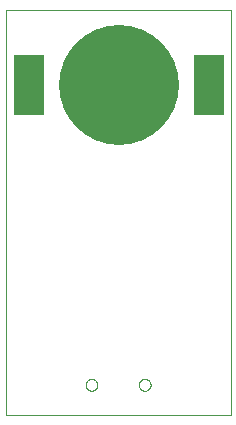
<source format=gbp>
G75*
%MOIN*%
%OFA0B0*%
%FSLAX25Y25*%
%IPPOS*%
%LPD*%
%AMOC8*
5,1,8,0,0,1.08239X$1,22.5*
%
%ADD10C,0.00000*%
%ADD11C,0.40000*%
%ADD12R,0.10000X0.20000*%
D10*
X0035145Y0060631D02*
X0035145Y0195631D01*
X0110145Y0195631D01*
X0110145Y0060631D01*
X0035145Y0060631D01*
X0061817Y0070631D02*
X0061819Y0070719D01*
X0061825Y0070807D01*
X0061835Y0070895D01*
X0061849Y0070983D01*
X0061866Y0071069D01*
X0061888Y0071155D01*
X0061913Y0071239D01*
X0061943Y0071323D01*
X0061975Y0071405D01*
X0062012Y0071485D01*
X0062052Y0071564D01*
X0062096Y0071641D01*
X0062143Y0071716D01*
X0062193Y0071788D01*
X0062247Y0071859D01*
X0062303Y0071926D01*
X0062363Y0071992D01*
X0062425Y0072054D01*
X0062491Y0072114D01*
X0062558Y0072170D01*
X0062629Y0072224D01*
X0062701Y0072274D01*
X0062776Y0072321D01*
X0062853Y0072365D01*
X0062932Y0072405D01*
X0063012Y0072442D01*
X0063094Y0072474D01*
X0063178Y0072504D01*
X0063262Y0072529D01*
X0063348Y0072551D01*
X0063434Y0072568D01*
X0063522Y0072582D01*
X0063610Y0072592D01*
X0063698Y0072598D01*
X0063786Y0072600D01*
X0063874Y0072598D01*
X0063962Y0072592D01*
X0064050Y0072582D01*
X0064138Y0072568D01*
X0064224Y0072551D01*
X0064310Y0072529D01*
X0064394Y0072504D01*
X0064478Y0072474D01*
X0064560Y0072442D01*
X0064640Y0072405D01*
X0064719Y0072365D01*
X0064796Y0072321D01*
X0064871Y0072274D01*
X0064943Y0072224D01*
X0065014Y0072170D01*
X0065081Y0072114D01*
X0065147Y0072054D01*
X0065209Y0071992D01*
X0065269Y0071926D01*
X0065325Y0071859D01*
X0065379Y0071788D01*
X0065429Y0071716D01*
X0065476Y0071641D01*
X0065520Y0071564D01*
X0065560Y0071485D01*
X0065597Y0071405D01*
X0065629Y0071323D01*
X0065659Y0071239D01*
X0065684Y0071155D01*
X0065706Y0071069D01*
X0065723Y0070983D01*
X0065737Y0070895D01*
X0065747Y0070807D01*
X0065753Y0070719D01*
X0065755Y0070631D01*
X0065753Y0070543D01*
X0065747Y0070455D01*
X0065737Y0070367D01*
X0065723Y0070279D01*
X0065706Y0070193D01*
X0065684Y0070107D01*
X0065659Y0070023D01*
X0065629Y0069939D01*
X0065597Y0069857D01*
X0065560Y0069777D01*
X0065520Y0069698D01*
X0065476Y0069621D01*
X0065429Y0069546D01*
X0065379Y0069474D01*
X0065325Y0069403D01*
X0065269Y0069336D01*
X0065209Y0069270D01*
X0065147Y0069208D01*
X0065081Y0069148D01*
X0065014Y0069092D01*
X0064943Y0069038D01*
X0064871Y0068988D01*
X0064796Y0068941D01*
X0064719Y0068897D01*
X0064640Y0068857D01*
X0064560Y0068820D01*
X0064478Y0068788D01*
X0064394Y0068758D01*
X0064310Y0068733D01*
X0064224Y0068711D01*
X0064138Y0068694D01*
X0064050Y0068680D01*
X0063962Y0068670D01*
X0063874Y0068664D01*
X0063786Y0068662D01*
X0063698Y0068664D01*
X0063610Y0068670D01*
X0063522Y0068680D01*
X0063434Y0068694D01*
X0063348Y0068711D01*
X0063262Y0068733D01*
X0063178Y0068758D01*
X0063094Y0068788D01*
X0063012Y0068820D01*
X0062932Y0068857D01*
X0062853Y0068897D01*
X0062776Y0068941D01*
X0062701Y0068988D01*
X0062629Y0069038D01*
X0062558Y0069092D01*
X0062491Y0069148D01*
X0062425Y0069208D01*
X0062363Y0069270D01*
X0062303Y0069336D01*
X0062247Y0069403D01*
X0062193Y0069474D01*
X0062143Y0069546D01*
X0062096Y0069621D01*
X0062052Y0069698D01*
X0062012Y0069777D01*
X0061975Y0069857D01*
X0061943Y0069939D01*
X0061913Y0070023D01*
X0061888Y0070107D01*
X0061866Y0070193D01*
X0061849Y0070279D01*
X0061835Y0070367D01*
X0061825Y0070455D01*
X0061819Y0070543D01*
X0061817Y0070631D01*
X0079534Y0070631D02*
X0079536Y0070719D01*
X0079542Y0070807D01*
X0079552Y0070895D01*
X0079566Y0070983D01*
X0079583Y0071069D01*
X0079605Y0071155D01*
X0079630Y0071239D01*
X0079660Y0071323D01*
X0079692Y0071405D01*
X0079729Y0071485D01*
X0079769Y0071564D01*
X0079813Y0071641D01*
X0079860Y0071716D01*
X0079910Y0071788D01*
X0079964Y0071859D01*
X0080020Y0071926D01*
X0080080Y0071992D01*
X0080142Y0072054D01*
X0080208Y0072114D01*
X0080275Y0072170D01*
X0080346Y0072224D01*
X0080418Y0072274D01*
X0080493Y0072321D01*
X0080570Y0072365D01*
X0080649Y0072405D01*
X0080729Y0072442D01*
X0080811Y0072474D01*
X0080895Y0072504D01*
X0080979Y0072529D01*
X0081065Y0072551D01*
X0081151Y0072568D01*
X0081239Y0072582D01*
X0081327Y0072592D01*
X0081415Y0072598D01*
X0081503Y0072600D01*
X0081591Y0072598D01*
X0081679Y0072592D01*
X0081767Y0072582D01*
X0081855Y0072568D01*
X0081941Y0072551D01*
X0082027Y0072529D01*
X0082111Y0072504D01*
X0082195Y0072474D01*
X0082277Y0072442D01*
X0082357Y0072405D01*
X0082436Y0072365D01*
X0082513Y0072321D01*
X0082588Y0072274D01*
X0082660Y0072224D01*
X0082731Y0072170D01*
X0082798Y0072114D01*
X0082864Y0072054D01*
X0082926Y0071992D01*
X0082986Y0071926D01*
X0083042Y0071859D01*
X0083096Y0071788D01*
X0083146Y0071716D01*
X0083193Y0071641D01*
X0083237Y0071564D01*
X0083277Y0071485D01*
X0083314Y0071405D01*
X0083346Y0071323D01*
X0083376Y0071239D01*
X0083401Y0071155D01*
X0083423Y0071069D01*
X0083440Y0070983D01*
X0083454Y0070895D01*
X0083464Y0070807D01*
X0083470Y0070719D01*
X0083472Y0070631D01*
X0083470Y0070543D01*
X0083464Y0070455D01*
X0083454Y0070367D01*
X0083440Y0070279D01*
X0083423Y0070193D01*
X0083401Y0070107D01*
X0083376Y0070023D01*
X0083346Y0069939D01*
X0083314Y0069857D01*
X0083277Y0069777D01*
X0083237Y0069698D01*
X0083193Y0069621D01*
X0083146Y0069546D01*
X0083096Y0069474D01*
X0083042Y0069403D01*
X0082986Y0069336D01*
X0082926Y0069270D01*
X0082864Y0069208D01*
X0082798Y0069148D01*
X0082731Y0069092D01*
X0082660Y0069038D01*
X0082588Y0068988D01*
X0082513Y0068941D01*
X0082436Y0068897D01*
X0082357Y0068857D01*
X0082277Y0068820D01*
X0082195Y0068788D01*
X0082111Y0068758D01*
X0082027Y0068733D01*
X0081941Y0068711D01*
X0081855Y0068694D01*
X0081767Y0068680D01*
X0081679Y0068670D01*
X0081591Y0068664D01*
X0081503Y0068662D01*
X0081415Y0068664D01*
X0081327Y0068670D01*
X0081239Y0068680D01*
X0081151Y0068694D01*
X0081065Y0068711D01*
X0080979Y0068733D01*
X0080895Y0068758D01*
X0080811Y0068788D01*
X0080729Y0068820D01*
X0080649Y0068857D01*
X0080570Y0068897D01*
X0080493Y0068941D01*
X0080418Y0068988D01*
X0080346Y0069038D01*
X0080275Y0069092D01*
X0080208Y0069148D01*
X0080142Y0069208D01*
X0080080Y0069270D01*
X0080020Y0069336D01*
X0079964Y0069403D01*
X0079910Y0069474D01*
X0079860Y0069546D01*
X0079813Y0069621D01*
X0079769Y0069698D01*
X0079729Y0069777D01*
X0079692Y0069857D01*
X0079660Y0069939D01*
X0079630Y0070023D01*
X0079605Y0070107D01*
X0079583Y0070193D01*
X0079566Y0070279D01*
X0079552Y0070367D01*
X0079542Y0070455D01*
X0079536Y0070543D01*
X0079534Y0070631D01*
D11*
X0072895Y0170631D03*
D12*
X0042895Y0170631D03*
X0102895Y0170631D03*
M02*

</source>
